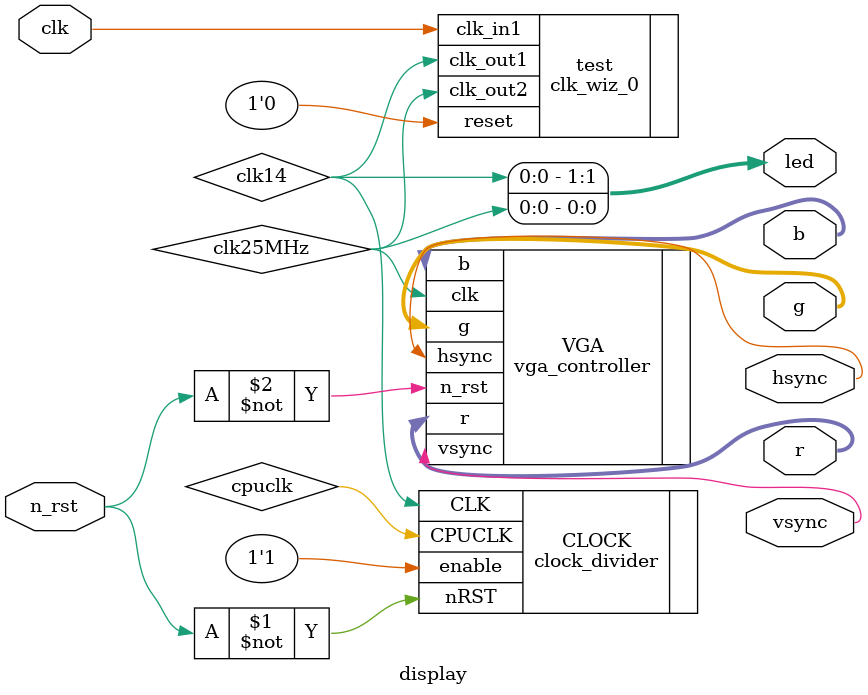
<source format=sv>
module display (
    input logic clk, n_rst,
    output logic hsync,
    output logic vsync,
    output logic [3:0] r, g, b,
    output logic [1:0] led
);

// module clk_wiz_0 
//  (
//   // Clock out ports
//   output        clk_out1,
//   output        clk_out2,
//   // Status and control signals
//   input         reset,
//   output        locked,
//  // Clock in ports
//   input         clk_in1
//  );
    logic clk14, clk25MHz, cpuclk;
    clk_wiz_0 test(.clk_in1(clk), .reset(1'b0), .clk_out1(clk14), .clk_out2(clk25MHz));
    
    clock_divider CLOCK (.CLK(clk14), .nRST(~n_rst), .enable(1'b1), .CPUCLK(cpuclk));
    vga_controller VGA(.clk(clk25MHz), .n_rst(~n_rst), .hsync(hsync), .vsync(vsync), .r(r), .g(g), .b(b));

    assign led[0] = clk25MHz;
    assign led[1] = clk14;
endmodule
</source>
